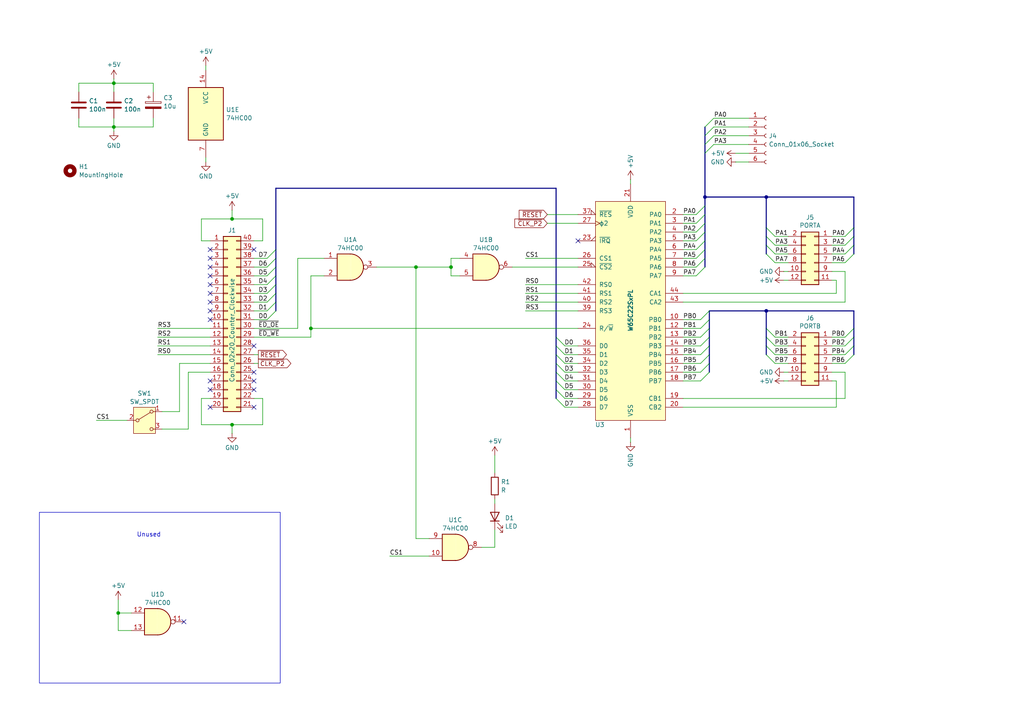
<source format=kicad_sch>
(kicad_sch (version 20231120) (generator "eeschema") (generator_version "8.0")
  (paper "A4")
  (lib_symbols
    (symbol "65xx:W65C22SxPL" (pin_names (offset 1.016))
      (property "Reference" "U" (at -10.16 33.02 0))
      (property "Value" "W65C22SxPL" (at 0 0 90))
      (symbol "W65C22SxPL_0_1"
        (rectangle (start -10.16 31.75) (end 10.16 -31.75) (fill (type background)))
      )
      (symbol "W65C22SxPL_1_1"
        (pin power_in line (at 0 -36.83 90) (length 5.08) (name "VSS") (number "1"))
        (pin bidirectional line (at 15.24 -2.54 180) (length 5.08) (name "PB0") (number "10"))
        (pin no_connect non_logic (at -10.16 22.86 0) (length 2.54) hide (name "nc") (number "11"))
        (pin bidirectional line (at 15.24 -5.08 180) (length 5.08) (name "PB1") (number "12"))
        (pin bidirectional line (at 15.24 -7.62 180) (length 5.08) (name "PB2") (number "13"))
        (pin bidirectional line (at 15.24 -10.16 180) (length 5.08) (name "PB3") (number "14"))
        (pin bidirectional line (at 15.24 -12.7 180) (length 5.08) (name "PB4") (number "15"))
        (pin bidirectional line (at 15.24 -15.24 180) (length 5.08) (name "PB5") (number "16"))
        (pin bidirectional line (at 15.24 -17.78 180) (length 5.08) (name "PB6") (number "17"))
        (pin bidirectional line (at 15.24 -20.32 180) (length 5.08) (name "PB7") (number "18"))
        (pin input line (at 15.24 -25.4 180) (length 5.08) (name "CB1") (number "19"))
        (pin bidirectional line (at 15.24 27.94 180) (length 5.08) (name "PA0") (number "2"))
        (pin bidirectional line (at 15.24 -27.94 180) (length 5.08) (name "CB2") (number "20"))
        (pin power_in line (at 0 36.83 270) (length 5.08) (name "VDD") (number "21"))
        (pin no_connect non_logic (at -10.16 17.78 0) (length 2.54) hide (name "nc") (number "22"))
        (pin output output_low (at -15.24 20.32 0) (length 5.08) (name "~{IRQ}") (number "23"))
        (pin input line (at -15.24 -5.08 0) (length 5.08) (name "R/~{W}") (number "24"))
        (pin input input_low (at -15.24 12.7 0) (length 5.08) (name "~{CS2}") (number "25"))
        (pin input line (at -15.24 15.24 0) (length 5.08) (name "CS1") (number "26"))
        (pin input clock (at -15.24 25.4 0) (length 5.08) (name "ϕ2") (number "27"))
        (pin bidirectional line (at -15.24 -27.94 0) (length 5.08) (name "D7") (number "28"))
        (pin bidirectional line (at -15.24 -25.4 0) (length 5.08) (name "D6") (number "29"))
        (pin bidirectional line (at 15.24 25.4 180) (length 5.08) (name "PA1") (number "3"))
        (pin bidirectional line (at -15.24 -22.86 0) (length 5.08) (name "D5") (number "30"))
        (pin bidirectional line (at -15.24 -20.32 0) (length 5.08) (name "D4") (number "31"))
        (pin bidirectional line (at -15.24 -17.78 0) (length 5.08) (name "D3") (number "32"))
        (pin no_connect non_logic (at -10.16 10.16 0) (length 2.54) hide (name "nc") (number "33"))
        (pin bidirectional line (at -15.24 -15.24 0) (length 5.08) (name "D2") (number "34"))
        (pin bidirectional line (at -15.24 -12.7 0) (length 5.08) (name "D1") (number "35"))
        (pin bidirectional line (at -15.24 -10.16 0) (length 5.08) (name "D0") (number "36"))
        (pin input input_low (at -15.24 27.94 0) (length 5.08) (name "~{RES}") (number "37"))
        (pin no_connect non_logic (at -10.16 -2.54 0) (length 2.54) hide (name "nc") (number "38"))
        (pin input line (at -15.24 0 0) (length 5.08) (name "RS3") (number "39"))
        (pin bidirectional line (at 15.24 22.86 180) (length 5.08) (name "PA2") (number "4"))
        (pin input line (at -15.24 2.54 0) (length 5.08) (name "RS2") (number "40"))
        (pin input line (at -15.24 5.08 0) (length 5.08) (name "RS1") (number "41"))
        (pin input line (at -15.24 7.62 0) (length 5.08) (name "RS0") (number "42"))
        (pin bidirectional line (at 15.24 2.54 180) (length 5.08) (name "CA2") (number "43"))
        (pin input line (at 15.24 5.08 180) (length 5.08) (name "CA1") (number "44"))
        (pin bidirectional line (at 15.24 20.32 180) (length 5.08) (name "PA3") (number "5"))
        (pin bidirectional line (at 15.24 17.78 180) (length 5.08) (name "PA4") (number "6"))
        (pin bidirectional line (at 15.24 15.24 180) (length 5.08) (name "PA5") (number "7"))
        (pin bidirectional line (at 15.24 12.7 180) (length 5.08) (name "PA6") (number "8"))
        (pin bidirectional line (at 15.24 10.16 180) (length 5.08) (name "PA7") (number "9"))
      )
    )
    (symbol "74xx:74HC00" (pin_names (offset 1.016))
      (property "Reference" "U" (at 0 1.27 0))
      (property "Value" "74HC00" (at 0 -1.27 0))
      (symbol "74HC00_1_1"
        (arc (start 0 -3.81) (mid 3.7934 0) (end 0 3.81) (stroke (width 0.254)) (fill (type background)))
        (polyline (pts (xy 0 3.81) (xy -3.81 3.81) (xy -3.81 -3.81) (xy 0 -3.81)) (stroke (width 0.254)) (fill (type background)))
        (pin input line (at -7.62 2.54 0) (length 3.81) (name "~") (number "1"))
        (pin input line (at -7.62 -2.54 0) (length 3.81) (name "~") (number "2"))
        (pin output inverted (at 7.62 0 180) (length 3.81) (name "~") (number "3"))
      )
      (symbol "74HC00_1_2"
        (arc (start -3.81 -3.81) (mid -2.589 0) (end -3.81 3.81) (stroke (width 0.254)))
        (arc (start -0.6096 -3.81) (mid 2.1842 -2.5851) (end 3.81 0) (stroke (width 0.254)) (fill (type background)))
        (polyline (pts (xy -3.81 -3.81) (xy -0.635 -3.81)) (stroke (width 0.254)) (fill (type background)))
        (polyline (pts (xy -3.81 3.81) (xy -0.635 3.81)) (stroke (width 0.254)) (fill (type background)))
        (polyline (pts (xy -0.635 3.81) (xy -3.81 3.81) (xy -3.81 3.81) (xy -3.556 3.4036) (xy -3.0226 2.2606) (xy -2.6924 1.0414) (xy -2.6162 -0.254) (xy -2.7686 -1.4986) (xy -3.175 -2.7178) (xy -3.81 -3.81) (xy -3.81 -3.81) (xy -0.635 -3.81)) (stroke (width -25.4)) (fill (type background)))
        (arc (start 3.81 0) (mid 2.1915 2.5936) (end -0.6096 3.81) (stroke (width 0.254)) (fill (type background)))
        (pin input inverted (at -7.62 2.54 0) (length 4.318) (name "~") (number "1"))
        (pin input inverted (at -7.62 -2.54 0) (length 4.318) (name "~") (number "2"))
        (pin output line (at 7.62 0 180) (length 3.81) (name "~") (number "3"))
      )
      (symbol "74HC00_2_1"
        (arc (start 0 -3.81) (mid 3.7934 0) (end 0 3.81) (stroke (width 0.254)) (fill (type background)))
        (polyline (pts (xy 0 3.81) (xy -3.81 3.81) (xy -3.81 -3.81) (xy 0 -3.81)) (stroke (width 0.254)) (fill (type background)))
        (pin input line (at -7.62 2.54 0) (length 3.81) (name "~") (number "4"))
        (pin input line (at -7.62 -2.54 0) (length 3.81) (name "~") (number "5"))
        (pin output inverted (at 7.62 0 180) (length 3.81) (name "~") (number "6"))
      )
      (symbol "74HC00_2_2"
        (arc (start -3.81 -3.81) (mid -2.589 0) (end -3.81 3.81) (stroke (width 0.254)))
        (arc (start -0.6096 -3.81) (mid 2.1842 -2.5851) (end 3.81 0) (stroke (width 0.254)) (fill (type background)))
        (polyline (pts (xy -3.81 -3.81) (xy -0.635 -3.81)) (stroke (width 0.254)) (fill (type background)))
        (polyline (pts (xy -3.81 3.81) (xy -0.635 3.81)) (stroke (width 0.254)) (fill (type background)))
        (polyline (pts (xy -0.635 3.81) (xy -3.81 3.81) (xy -3.81 3.81) (xy -3.556 3.4036) (xy -3.0226 2.2606) (xy -2.6924 1.0414) (xy -2.6162 -0.254) (xy -2.7686 -1.4986) (xy -3.175 -2.7178) (xy -3.81 -3.81) (xy -3.81 -3.81) (xy -0.635 -3.81)) (stroke (width -25.4)) (fill (type background)))
        (arc (start 3.81 0) (mid 2.1915 2.5936) (end -0.6096 3.81) (stroke (width 0.254)) (fill (type background)))
        (pin input inverted (at -7.62 2.54 0) (length 4.318) (name "~") (number "4"))
        (pin input inverted (at -7.62 -2.54 0) (length 4.318) (name "~") (number "5"))
        (pin output line (at 7.62 0 180) (length 3.81) (name "~") (number "6"))
      )
      (symbol "74HC00_3_1"
        (arc (start 0 -3.81) (mid 3.7934 0) (end 0 3.81) (stroke (width 0.254)) (fill (type background)))
        (polyline (pts (xy 0 3.81) (xy -3.81 3.81) (xy -3.81 -3.81) (xy 0 -3.81)) (stroke (width 0.254)) (fill (type background)))
        (pin input line (at -7.62 -2.54 0) (length 3.81) (name "~") (number "10"))
        (pin output inverted (at 7.62 0 180) (length 3.81) (name "~") (number "8"))
        (pin input line (at -7.62 2.54 0) (length 3.81) (name "~") (number "9"))
      )
      (symbol "74HC00_3_2"
        (arc (start -3.81 -3.81) (mid -2.589 0) (end -3.81 3.81) (stroke (width 0.254)))
        (arc (start -0.6096 -3.81) (mid 2.1842 -2.5851) (end 3.81 0) (stroke (width 0.254)) (fill (type background)))
        (polyline (pts (xy -3.81 -3.81) (xy -0.635 -3.81)) (stroke (width 0.254)) (fill (type background)))
        (polyline (pts (xy -3.81 3.81) (xy -0.635 3.81)) (stroke (width 0.254)) (fill (type background)))
        (polyline (pts (xy -0.635 3.81) (xy -3.81 3.81) (xy -3.81 3.81) (xy -3.556 3.4036) (xy -3.0226 2.2606) (xy -2.6924 1.0414) (xy -2.6162 -0.254) (xy -2.7686 -1.4986) (xy -3.175 -2.7178) (xy -3.81 -3.81) (xy -3.81 -3.81) (xy -0.635 -3.81)) (stroke (width -25.4)) (fill (type background)))
        (arc (start 3.81 0) (mid 2.1915 2.5936) (end -0.6096 3.81) (stroke (width 0.254)) (fill (type background)))
        (pin input inverted (at -7.62 -2.54 0) (length 4.318) (name "~") (number "10"))
        (pin output line (at 7.62 0 180) (length 3.81) (name "~") (number "8"))
        (pin input inverted (at -7.62 2.54 0) (length 4.318) (name "~") (number "9"))
      )
      (symbol "74HC00_4_1"
        (arc (start 0 -3.81) (mid 3.7934 0) (end 0 3.81) (stroke (width 0.254)) (fill (type background)))
        (polyline (pts (xy 0 3.81) (xy -3.81 3.81) (xy -3.81 -3.81) (xy 0 -3.81)) (stroke (width 0.254)) (fill (type background)))
        (pin output inverted (at 7.62 0 180) (length 3.81) (name "~") (number "11"))
        (pin input line (at -7.62 2.54 0) (length 3.81) (name "~") (number "12"))
        (pin input line (at -7.62 -2.54 0) (length 3.81) (name "~") (number "13"))
      )
      (symbol "74HC00_4_2"
        (arc (start -3.81 -3.81) (mid -2.589 0) (end -3.81 3.81) (stroke (width 0.254)))
        (arc (start -0.6096 -3.81) (mid 2.1842 -2.5851) (end 3.81 0) (stroke (width 0.254)) (fill (type background)))
        (polyline (pts (xy -3.81 -3.81) (xy -0.635 -3.81)) (stroke (width 0.254)) (fill (type background)))
        (polyline (pts (xy -3.81 3.81) (xy -0.635 3.81)) (stroke (width 0.254)) (fill (type background)))
        (polyline (pts (xy -0.635 3.81) (xy -3.81 3.81) (xy -3.81 3.81) (xy -3.556 3.4036) (xy -3.0226 2.2606) (xy -2.6924 1.0414) (xy -2.6162 -0.254) (xy -2.7686 -1.4986) (xy -3.175 -2.7178) (xy -3.81 -3.81) (xy -3.81 -3.81) (xy -0.635 -3.81)) (stroke (width -25.4)) (fill (type background)))
        (arc (start 3.81 0) (mid 2.1915 2.5936) (end -0.6096 3.81) (stroke (width 0.254)) (fill (type background)))
        (pin output line (at 7.62 0 180) (length 3.81) (name "~") (number "11"))
        (pin input inverted (at -7.62 2.54 0) (length 4.318) (name "~") (number "12"))
        (pin input inverted (at -7.62 -2.54 0) (length 4.318) (name "~") (number "13"))
      )
      (symbol "74HC00_5_0"
        (pin power_in line (at 0 12.7 270) (length 5.08) (name "VCC") (number "14"))
        (pin power_in line (at 0 -12.7 90) (length 5.08) (name "GND") (number "7"))
      )
      (symbol "74HC00_5_1"
        (rectangle (start -5.08 7.62) (end 5.08 -7.62) (stroke (width 0.254)) (fill (type background)))
      )
    )
    (symbol "Connector:Conn_01x06_Socket" (pin_names (offset 1.016) hide)
      (property "Reference" "J" (at 0 7.62 0))
      (property "Value" "Conn_01x06_Socket" (at 0 -10.16 0))
      (symbol "Conn_01x06_Socket_1_1"
        (arc (start 0 -7.112) (mid -0.5058 -7.62) (end 0 -8.128) (stroke (width 0.1524)))
        (arc (start 0 -4.572) (mid -0.5058 -5.08) (end 0 -5.588) (stroke (width 0.1524)))
        (arc (start 0 -2.032) (mid -0.5058 -2.54) (end 0 -3.048) (stroke (width 0.1524)))
        (polyline (pts (xy -1.27 -7.62) (xy -0.508 -7.62)) (stroke (width 0.1524)))
        (polyline (pts (xy -1.27 -5.08) (xy -0.508 -5.08)) (stroke (width 0.1524)))
        (polyline (pts (xy -1.27 -2.54) (xy -0.508 -2.54)) (stroke (width 0.1524)))
        (polyline (pts (xy -1.27 0) (xy -0.508 0)) (stroke (width 0.1524)))
        (polyline (pts (xy -1.27 2.54) (xy -0.508 2.54)) (stroke (width 0.1524)))
        (polyline (pts (xy -1.27 5.08) (xy -0.508 5.08)) (stroke (width 0.1524)))
        (arc (start 0 0.508) (mid -0.5058 0) (end 0 -0.508) (stroke (width 0.1524)))
        (arc (start 0 3.048) (mid -0.5058 2.54) (end 0 2.032) (stroke (width 0.1524)))
        (arc (start 0 5.588) (mid -0.5058 5.08) (end 0 4.572) (stroke (width 0.1524)))
        (pin passive line (at -5.08 5.08 0) (length 3.81) (name "Pin_1") (number "1"))
        (pin passive line (at -5.08 2.54 0) (length 3.81) (name "Pin_2") (number "2"))
        (pin passive line (at -5.08 0 0) (length 3.81) (name "Pin_3") (number "3"))
        (pin passive line (at -5.08 -2.54 0) (length 3.81) (name "Pin_4") (number "4"))
        (pin passive line (at -5.08 -5.08 0) (length 3.81) (name "Pin_5") (number "5"))
        (pin passive line (at -5.08 -7.62 0) (length 3.81) (name "Pin_6") (number "6"))
      )
    )
    (symbol "Connector_Generic:Conn_02x06_Odd_Even" (pin_names (offset 1.016) hide)
      (property "Reference" "J" (at 1.27 7.62 0))
      (property "Value" "Conn_02x06_Odd_Even" (at 1.27 -10.16 0))
      (symbol "Conn_02x06_Odd_Even_1_1"
        (rectangle (start -1.27 -7.493) (end 0 -7.747) (stroke (width 0.1524)))
        (rectangle (start -1.27 -4.953) (end 0 -5.207) (stroke (width 0.1524)))
        (rectangle (start -1.27 -2.413) (end 0 -2.667) (stroke (width 0.1524)))
        (rectangle (start -1.27 0.127) (end 0 -0.127) (stroke (width 0.1524)))
        (rectangle (start -1.27 2.667) (end 0 2.413) (stroke (width 0.1524)))
        (rectangle (start -1.27 5.207) (end 0 4.953) (stroke (width 0.1524)))
        (rectangle (start -1.27 6.35) (end 3.81 -8.89) (stroke (width 0.254)) (fill (type background)))
        (rectangle (start 3.81 -7.493) (end 2.54 -7.747) (stroke (width 0.1524)))
        (rectangle (start 3.81 -4.953) (end 2.54 -5.207) (stroke (width 0.1524)))
        (rectangle (start 3.81 -2.413) (end 2.54 -2.667) (stroke (width 0.1524)))
        (rectangle (start 3.81 0.127) (end 2.54 -0.127) (stroke (width 0.1524)))
        (rectangle (start 3.81 2.667) (end 2.54 2.413) (stroke (width 0.1524)))
        (rectangle (start 3.81 5.207) (end 2.54 4.953) (stroke (width 0.1524)))
        (pin passive line (at -5.08 5.08 0) (length 3.81) (name "Pin_1") (number "1"))
        (pin passive line (at 7.62 -5.08 180) (length 3.81) (name "Pin_10") (number "10"))
        (pin passive line (at -5.08 -7.62 0) (length 3.81) (name "Pin_11") (number "11"))
        (pin passive line (at 7.62 -7.62 180) (length 3.81) (name "Pin_12") (number "12"))
        (pin passive line (at 7.62 5.08 180) (length 3.81) (name "Pin_2") (number "2"))
        (pin passive line (at -5.08 2.54 0) (length 3.81) (name "Pin_3") (number "3"))
        (pin passive line (at 7.62 2.54 180) (length 3.81) (name "Pin_4") (number "4"))
        (pin passive line (at -5.08 0 0) (length 3.81) (name "Pin_5") (number "5"))
        (pin passive line (at 7.62 0 180) (length 3.81) (name "Pin_6") (number "6"))
        (pin passive line (at -5.08 -2.54 0) (length 3.81) (name "Pin_7") (number "7"))
        (pin passive line (at 7.62 -2.54 180) (length 3.81) (name "Pin_8") (number "8"))
        (pin passive line (at -5.08 -5.08 0) (length 3.81) (name "Pin_9") (number "9"))
      )
    )
    (symbol "Connector_Generic:Conn_02x20_Counter_Clockwise" (pin_names (offset 1.016) hide)
      (property "Reference" "J" (at 1.27 25.4 0))
      (property "Value" "Conn_02x20_Counter_Clockwise" (at 1.27 -27.94 0))
      (symbol "Conn_02x20_Counter_Clockwise_1_1"
        (rectangle (start -1.27 -25.273) (end 0 -25.527) (stroke (width 0.1524)))
        (rectangle (start -1.27 -22.733) (end 0 -22.987) (stroke (width 0.1524)))
        (rectangle (start -1.27 -20.193) (end 0 -20.447) (stroke (width 0.1524)))
        (rectangle (start -1.27 -17.653) (end 0 -17.907) (stroke (width 0.1524)))
        (rectangle (start -1.27 -15.113) (end 0 -15.367) (stroke (width 0.1524)))
        (rectangle (start -1.27 -12.573) (end 0 -12.827) (stroke (width 0.1524)))
        (rectangle (start -1.27 -10.033) (end 0 -10.287) (stroke (width 0.1524)))
        (rectangle (start -1.27 -7.493) (end 0 -7.747) (stroke (width 0.1524)))
        (rectangle (start -1.27 -4.953) (end 0 -5.207) (stroke (width 0.1524)))
        (rectangle (start -1.27 -2.413) (end 0 -2.667) (stroke (width 0.1524)))
        (rectangle (start -1.27 0.127) (end 0 -0.127) (stroke (width 0.1524)))
        (rectangle (start -1.27 2.667) (end 0 2.413) (stroke (width 0.1524)))
        (rectangle (start -1.27 5.207) (end 0 4.953) (stroke (width 0.1524)))
        (rectangle (start -1.27 7.747) (end 0 7.493) (stroke (width 0.1524)))
        (rectangle (start -1.27 10.287) (end 0 10.033) (stroke (width 0.1524)))
        (rectangle (start -1.27 12.827) (end 0 12.573) (stroke (width 0.1524)))
        (rectangle (start -1.27 15.367) (end 0 15.113) (stroke (width 0.1524)))
        (rectangle (start -1.27 17.907) (end 0 17.653) (stroke (width 0.1524)))
        (rectangle (start -1.27 20.447) (end 0 20.193) (stroke (width 0.1524)))
        (rectangle (start -1.27 22.987) (end 0 22.733) (stroke (width 0.1524)))
        (rectangle (start -1.27 24.13) (end 3.81 -26.67) (stroke (width 0.254)) (fill (type background)))
        (rectangle (start 3.81 -25.273) (end 2.54 -25.527) (stroke (width 0.1524)))
        (rectangle (start 3.81 -22.733) (end 2.54 -22.987) (stroke (width 0.1524)))
        (rectangle (start 3.81 -20.193) (end 2.54 -20.447) (stroke (width 0.1524)))
        (rectangle (start 3.81 -17.653) (end 2.54 -17.907) (stroke (width 0.1524)))
        (rectangle (start 3.81 -15.113) (end 2.54 -15.367) (stroke (width 0.1524)))
        (rectangle (start 3.81 -12.573) (end 2.54 -12.827) (stroke (width 0.1524)))
        (rectangle (start 3.81 -10.033) (end 2.54 -10.287) (stroke (width 0.1524)))
        (rectangle (start 3.81 -7.493) (end 2.54 -7.747) (stroke (width 0.1524)))
        (rectangle (start 3.81 -4.953) (end 2.54 -5.207) (stroke (width 0.1524)))
        (rectangle (start 3.81 -2.413) (end 2.54 -2.667) (stroke (width 0.1524)))
        (rectangle (start 3.81 0.127) (end 2.54 -0.127) (stroke (width 0.1524)))
        (rectangle (start 3.81 2.667) (end 2.54 2.413) (stroke (width 0.1524)))
        (rectangle (start 3.81 5.207) (end 2.54 4.953) (stroke (width 0.1524)))
        (rectangle (start 3.81 7.747) (end 2.54 7.493) (stroke (width 0.1524)))
        (rectangle (start 3.81 10.287) (end 2.54 10.033) (stroke (width 0.1524)))
        (rectangle (start 3.81 12.827) (end 2.54 12.573) (stroke (width 0.1524)))
        (rectangle (start 3.81 15.367) (end 2.54 15.113) (stroke (width 0.1524)))
        (rectangle (start 3.81 17.907) (end 2.54 17.653) (stroke (width 0.1524)))
        (rectangle (start 3.81 20.447) (end 2.54 20.193) (stroke (width 0.1524)))
        (rectangle (start 3.81 22.987) (end 2.54 22.733) (stroke (width 0.1524)))
        (pin passive line (at -5.08 22.86 0) (length 3.81) (name "Pin_1") (number "1"))
        (pin passive line (at -5.08 0 0) (length 3.81) (name "Pin_10") (number "10"))
        (pin passive line (at -5.08 -2.54 0) (length 3.81) (name "Pin_11") (number "11"))
        (pin passive line (at -5.08 -5.08 0) (length 3.81) (name "Pin_12") (number "12"))
        (pin passive line (at -5.08 -7.62 0) (length 3.81) (name "Pin_13") (number "13"))
        (pin passive line (at -5.08 -10.16 0) (length 3.81) (name "Pin_14") (number "14"))
        (pin passive line (at -5.08 -12.7 0) (length 3.81) (name "Pin_15") (number "15"))
        (pin passive line (at -5.08 -15.24 0) (length 3.81) (name "Pin_16") (number "16"))
        (pin passive line (at -5.08 -17.78 0) (length 3.81) (name "Pin_17") (number "17"))
        (pin passive line (at -5.08 -20.32 0) (length 3.81) (name "Pin_18") (number "18"))
        (pin passive line (at -5.08 -22.86 0) (length 3.81) (name "Pin_19") (number "19"))
        (pin passive line (at -5.08 20.32 0) (length 3.81) (name "Pin_2") (number "2"))
        (pin passive line (at -5.08 -25.4 0) (length 3.81) (name "Pin_20") (number "20"))
        (pin passive line (at 7.62 -25.4 180) (length 3.81) (name "Pin_21") (number "21"))
        (pin passive line (at 7.62 -22.86 180) (length 3.81) (name "Pin_22") (number "22"))
        (pin passive line (at 7.62 -20.32 180) (length 3.81) (name "Pin_23") (number "23"))
        (pin passive line (at 7.62 -17.78 180) (length 3.81) (name "Pin_24") (number "24"))
        (pin passive line (at 7.62 -15.24 180) (length 3.81) (name "Pin_25") (number "25"))
        (pin passive line (at 7.62 -12.7 180) (length 3.81) (name "Pin_26") (number "26"))
        (pin passive line (at 7.62 -10.16 180) (length 3.81) (name "Pin_27") (number "27"))
        (pin passive line (at 7.62 -7.62 180) (length 3.81) (name "Pin_28") (number "28"))
        (pin passive line (at 7.62 -5.08 180) (length 3.81) (name "Pin_29") (number "29"))
        (pin passive line (at -5.08 17.78 0) (length 3.81) (name "Pin_3") (number "3"))
        (pin passive line (at 7.62 -2.54 180) (length 3.81) (name "Pin_30") (number "30"))
        (pin passive line (at 7.62 0 180) (length 3.81) (name "Pin_31") (number "31"))
        (pin passive line (at 7.62 2.54 180) (length 3.81) (name "Pin_32") (number "32"))
        (pin passive line (at 7.62 5.08 180) (length 3.81) (name "Pin_33") (number "33"))
        (pin passive line (at 7.62 7.62 180) (length 3.81) (name "Pin_34") (number "34"))
        (pin passive line (at 7.62 10.16 180) (length 3.81) (name "Pin_35") (number "35"))
        (pin passive line (at 7.62 12.7 180) (length 3.81) (name "Pin_36") (number "36"))
        (pin passive line (at 7.62 15.24 180) (length 3.81) (name "Pin_37") (number "37"))
        (pin passive line (at 7.62 17.78 180) (length 3.81) (name "Pin_38") (number "38"))
        (pin passive line (at 7.62 20.32 180) (length 3.81) (name "Pin_39") (number "39"))
        (pin passive line (at -5.08 15.24 0) (length 3.81) (name "Pin_4") (number "4"))
        (pin passive line (at 7.62 22.86 180) (length 3.81) (name "Pin_40") (number "40"))
        (pin passive line (at -5.08 12.7 0) (length 3.81) (name "Pin_5") (number "5"))
        (pin passive line (at -5.08 10.16 0) (length 3.81) (name "Pin_6") (number "6"))
        (pin passive line (at -5.08 7.62 0) (length 3.81) (name "Pin_7") (number "7"))
        (pin passive line (at -5.08 5.08 0) (length 3.81) (name "Pin_8") (number "8"))
        (pin passive line (at -5.08 2.54 0) (length 3.81) (name "Pin_9") (number "9"))
      )
    )
    (symbol "Device:C" (pin_numbers hide) (pin_names (offset 0.254))
      (property "Reference" "C" (at 0.635 2.54 0))
      (property "Value" "C" (at 0.635 -2.54 0))
      (symbol "C_0_1"
        (polyline (pts (xy -2.032 -0.762) (xy 2.032 -0.762)) (stroke (width 0.508)))
        (polyline (pts (xy -2.032 0.762) (xy 2.032 0.762)) (stroke (width 0.508)))
      )
      (symbol "C_1_1"
        (pin passive line (at 0 3.81 270) (length 2.794) (name "~") (number "1"))
        (pin passive line (at 0 -3.81 90) (length 2.794) (name "~") (number "2"))
      )
    )
    (symbol "Device:C_Polarized" (pin_numbers hide) (pin_names (offset 0.254))
      (property "Reference" "C" (at 0.635 2.54 0))
      (property "Value" "C_Polarized" (at 0.635 -2.54 0))
      (symbol "C_Polarized_0_1"
        (rectangle (start -2.286 0.508) (end 2.286 1.016))
        (polyline (pts (xy -1.778 2.286) (xy -0.762 2.286)))
        (polyline (pts (xy -1.27 2.794) (xy -1.27 1.778)))
        (rectangle (start 2.286 -0.508) (end -2.286 -1.016) (fill (type outline)))
      )
      (symbol "C_Polarized_1_1"
        (pin passive line (at 0 3.81 270) (length 2.794) (name "~") (number "1"))
        (pin passive line (at 0 -3.81 90) (length 2.794) (name "~") (number "2"))
      )
    )
    (symbol "Device:LED" (pin_numbers hide) (pin_names (offset 1.016) hide)
      (property "Reference" "D" (at 0 2.54 0))
      (property "Value" "LED" (at 0 -2.54 0))
      (symbol "LED_0_1"
        (polyline (pts (xy -1.27 -1.27) (xy -1.27 1.27)) (stroke (width 0.254)))
        (polyline (pts (xy -1.27 0) (xy 1.27 0)))
        (polyline (pts (xy 1.27 -1.27) (xy 1.27 1.27) (xy -1.27 0) (xy 1.27 -1.27)) (stroke (width 0.254)))
        (polyline (pts (xy -3.048 -0.762) (xy -4.572 -2.286) (xy -3.81 -2.286) (xy -4.572 -2.286) (xy -4.572 -1.524)))
        (polyline (pts (xy -1.778 -0.762) (xy -3.302 -2.286) (xy -2.54 -2.286) (xy -3.302 -2.286) (xy -3.302 -1.524)))
      )
      (symbol "LED_1_1"
        (pin passive line (at -3.81 0 0) (length 2.54) (name "K") (number "1"))
        (pin passive line (at 3.81 0 180) (length 2.54) (name "A") (number "2"))
      )
    )
    (symbol "Device:R" (pin_numbers hide) (pin_names (offset 0))
      (property "Reference" "R" (at 2.032 0 90))
      (property "Value" "R" (at 0 0 90))
      (symbol "R_0_1"
        (rectangle (start -1.016 -2.54) (end 1.016 2.54) (stroke (width 0.254)))
      )
      (symbol "R_1_1"
        (pin passive line (at 0 3.81 270) (length 1.27) (name "~") (number "1"))
        (pin passive line (at 0 -3.81 90) (length 1.27) (name "~") (number "2"))
      )
    )
    (symbol "Mechanical:MountingHole" (pin_names (offset 1.016)) (exclude_from_sim yes) (in_bom no)
      (property "Reference" "H" (at 0 5.08 0))
      (property "Value" "MountingHole" (at 0 3.175 0))
      (symbol "MountingHole_0_1"
        (circle (center 0 0) (radius 1.27) (stroke (width 1.27)))
      )
    )
    (symbol "Switch:SW_SPDT" (pin_names (offset 0) hide)
      (property "Reference" "SW" (at 0 5.08 0))
      (property "Value" "SW_SPDT" (at 0 -5.08 0))
      (symbol "SW_SPDT_0_1"
        (circle (center -2.032 0) (radius 0.4572))
        (polyline (pts (xy -1.651 0.254) (xy 1.651 2.286)))
        (circle (center 2.032 -2.54) (radius 0.4572))
        (circle (center 2.032 2.54) (radius 0.4572))
      )
      (symbol "SW_SPDT_1_1"
        (rectangle (start -3.175 3.81) (end 3.175 -3.81) (fill (type background)))
        (pin passive line (at 5.08 2.54 180) (length 2.54) (name "A") (number "1"))
        (pin passive line (at -5.08 0 0) (length 2.54) (name "B") (number "2"))
        (pin passive line (at 5.08 -2.54 180) (length 2.54) (name "C") (number "3"))
      )
    )
    (symbol "power:+5V" (power) (pin_numbers hide) (pin_names (offset 0) hide)
      (property "Value" "+5V" (at 0 3.556 0))
      (symbol "+5V_0_1"
        (polyline (pts (xy -0.762 1.27) (xy 0 2.54)))
        (polyline (pts (xy 0 0) (xy 0 2.54)))
        (polyline (pts (xy 0 2.54) (xy 0.762 1.27)))
      )
      (symbol "+5V_1_1"
        (pin power_in line (at 0 0 90) (length 0) (name "~") (number "1"))
      )
    )
    (symbol "power:GND" (power) (pin_numbers hide) (pin_names (offset 0) hide)
      (property "Value" "GND" (at 0 -3.81 0))
      (symbol "GND_0_1"
        (polyline (pts (xy 0 0) (xy 0 -1.27) (xy 1.27 -1.27) (xy 0 -2.54) (xy -1.27 -1.27) (xy 0 -1.27)))
      )
      (symbol "GND_1_1"
        (pin power_in line (at 0 0 270) (length 0) (name "~") (number "1"))
      )
    )
  )
  (junction (at 67.31 123.19))
  (junction (at 33.02 24.13))
  (junction (at 34.29 177.8))
  (junction (at 130.81 77.47))
  (junction (at 204.47 57.15))
  (junction (at 67.31 63.5))
  (junction (at 222.25 90.17))
  (junction (at 120.65 77.47))
  (junction (at 33.02 36.83))
  (junction (at 90.17 95.25))
  (junction (at 222.25 57.15))
  (no_connect (at 167.64 69.85))
  (no_connect (at 60.96 92.71))
  (no_connect (at 60.96 87.63))
  (no_connect (at 60.96 110.49))
  (no_connect (at 73.66 100.33))
  (no_connect (at 60.96 77.47))
  (no_connect (at 60.96 72.39))
  (no_connect (at 73.66 118.11))
  (no_connect (at 53.34 180.34))
  (no_connect (at 73.66 110.49))
  (no_connect (at 73.66 107.95))
  (no_connect (at 60.96 74.93))
  (no_connect (at 60.96 113.03))
  (no_connect (at 60.96 80.01))
  (no_connect (at 60.96 82.55))
  (no_connect (at 73.66 113.03))
  (no_connect (at 60.96 118.11))
  (no_connect (at 73.66 72.39))
  (no_connect (at 60.96 85.09))
  (no_connect (at 60.96 90.17))
  (bus_entry (at 205.74 97.79) (size -2.54 2.54))
  (bus_entry (at 163.83 115.57) (size -2.54 -2.54))
  (bus_entry (at 207.01 41.91) (size -2.54 2.54))
  (bus_entry (at 204.47 64.77) (size -2.54 2.54))
  (bus_entry (at 163.83 100.33) (size -2.54 -2.54))
  (bus_entry (at 224.79 102.87) (size -2.54 -2.54))
  (bus_entry (at 207.01 36.83) (size -2.54 2.54))
  (bus_entry (at 222.25 71.12) (size 2.54 2.54))
  (bus_entry (at 201.93 80.01) (size 2.54 -2.54))
  (bus_entry (at 77.47 85.09) (size 2.54 -2.54))
  (bus_entry (at 247.65 100.33) (size -2.54 2.54))
  (bus_entry (at 163.83 102.87) (size -2.54 -2.54))
  (bus_entry (at 205.74 95.25) (size -2.54 2.54))
  (bus_entry (at 205.74 100.33) (size -2.54 2.54))
  (bus_entry (at 204.47 62.23) (size -2.54 2.54))
  (bus_entry (at 204.47 59.69) (size -2.54 2.54))
  (bus_entry (at 224.79 100.33) (size -2.54 -2.54))
  (bus_entry (at 163.83 113.03) (size -2.54 -2.54))
  (bus_entry (at 77.47 74.93) (size 2.54 -2.54))
  (bus_entry (at 247.65 95.25) (size -2.54 2.54))
  (bus_entry (at 205.74 90.17) (size -2.54 2.54))
  (bus_entry (at 77.47 92.71) (size 2.54 -2.54))
  (bus_entry (at 222.25 73.66) (size 2.54 2.54))
  (bus_entry (at 245.11 76.2) (size 2.54 -2.54))
  (bus_entry (at 205.74 92.71) (size -2.54 2.54))
  (bus_entry (at 205.74 105.41) (size -2.54 2.54))
  (bus_entry (at 247.65 102.87) (size -2.54 2.54))
  (bus_entry (at 205.74 102.87) (size -2.54 2.54))
  (bus_entry (at 205.74 107.95) (size -2.54 2.54))
  (bus_entry (at 222.25 66.04) (size 2.54 2.54))
  (bus_entry (at 222.25 68.58) (size 2.54 2.54))
  (bus_entry (at 207.01 39.37) (size -2.54 2.54))
  (bus_entry (at 77.47 82.55) (size 2.54 -2.54))
  (bus_entry (at 77.47 90.17) (size 2.54 -2.54))
  (bus_entry (at 245.11 73.66) (size 2.54 -2.54))
  (bus_entry (at 201.93 74.93) (size 2.54 -2.54))
  (bus_entry (at 163.83 105.41) (size -2.54 -2.54))
  (bus_entry (at 245.11 68.58) (size 2.54 -2.54))
  (bus_entry (at 204.47 67.31) (size -2.54 2.54))
  (bus_entry (at 77.47 87.63) (size 2.54 -2.54))
  (bus_entry (at 77.47 80.01) (size 2.54 -2.54))
  (bus_entry (at 201.93 77.47) (size 2.54 -2.54))
  (bus_entry (at 245.11 71.12) (size 2.54 -2.54))
  (bus_entry (at 163.83 118.11) (size -2.54 -2.54))
  (bus_entry (at 224.79 97.79) (size -2.54 -2.54))
  (bus_entry (at 201.93 72.39) (size 2.54 -2.54))
  (bus_entry (at 77.47 77.47) (size 2.54 -2.54))
  (bus_entry (at 163.83 110.49) (size -2.54 -2.54))
  (bus_entry (at 247.65 97.79) (size -2.54 2.54))
  (bus_entry (at 224.79 105.41) (size -2.54 -2.54))
  (bus_entry (at 207.01 34.29) (size -2.54 2.54))
  (bus_entry (at 163.83 107.95) (size -2.54 -2.54))
  (wire (pts (xy 213.36 46.99) (xy 217.17 46.99)))
  (wire (pts (xy 143.51 144.78) (xy 143.51 146.05)))
  (bus (pts (xy 204.47 44.45) (xy 204.47 57.15)))
  (wire (pts (xy 167.64 102.87) (xy 163.83 102.87)))
  (wire (pts (xy 33.02 36.83) (xy 33.02 38.1)))
  (wire (pts (xy 198.12 105.41) (xy 203.2 105.41)))
  (wire (pts (xy 198.12 92.71) (xy 203.2 92.71)))
  (wire (pts (xy 224.79 73.66) (xy 228.6 73.66)))
  (bus (pts (xy 205.74 95.25) (xy 205.74 97.79)))
  (wire (pts (xy 198.12 115.57) (xy 245.11 115.57)))
  (wire (pts (xy 241.3 73.66) (xy 245.11 73.66)))
  (bus (pts (xy 80.01 80.01) (xy 80.01 82.55)))
  (wire (pts (xy 60.96 115.57) (xy 58.42 115.57)))
  (wire (pts (xy 152.4 87.63) (xy 167.64 87.63)))
  (bus (pts (xy 247.65 100.33) (xy 247.65 102.87)))
  (wire (pts (xy 198.12 107.95) (xy 203.2 107.95)))
  (wire (pts (xy 73.66 105.41) (xy 74.93 105.41)))
  (wire (pts (xy 242.57 81.28) (xy 241.3 81.28)))
  (wire (pts (xy 73.66 69.85) (xy 76.2 69.85)))
  (bus (pts (xy 161.29 100.33) (xy 161.29 97.79)))
  (wire (pts (xy 198.12 102.87) (xy 203.2 102.87)))
  (wire (pts (xy 73.66 92.71) (xy 77.47 92.71)))
  (wire (pts (xy 76.2 69.85) (xy 76.2 63.5)))
  (bus (pts (xy 204.47 36.83) (xy 204.47 39.37)))
  (bus (pts (xy 247.65 73.66) (xy 247.65 71.12)))
  (wire (pts (xy 45.72 95.25) (xy 60.96 95.25)))
  (bus (pts (xy 222.25 66.04) (xy 222.25 68.58)))
  (bus (pts (xy 204.47 74.93) (xy 204.47 77.47)))
  (wire (pts (xy 54.61 124.46) (xy 46.99 124.46)))
  (bus (pts (xy 204.47 39.37) (xy 204.47 41.91)))
  (wire (pts (xy 73.66 87.63) (xy 77.47 87.63)))
  (bus (pts (xy 204.47 72.39) (xy 204.47 74.93)))
  (bus (pts (xy 80.01 85.09) (xy 80.01 87.63)))
  (wire (pts (xy 198.12 62.23) (xy 201.93 62.23)))
  (bus (pts (xy 222.25 97.79) (xy 222.25 100.33)))
  (wire (pts (xy 76.2 123.19) (xy 76.2 115.57)))
  (wire (pts (xy 52.07 119.38) (xy 52.07 105.41)))
  (wire (pts (xy 34.29 177.8) (xy 34.29 173.99)))
  (wire (pts (xy 217.17 44.45) (xy 213.36 44.45)))
  (wire (pts (xy 198.12 67.31) (xy 201.93 67.31)))
  (wire (pts (xy 46.99 119.38) (xy 52.07 119.38)))
  (bus (pts (xy 161.29 97.79) (xy 161.29 54.61)))
  (bus (pts (xy 247.65 66.04) (xy 247.65 57.15)))
  (wire (pts (xy 228.6 78.74) (xy 227.33 78.74)))
  (wire (pts (xy 198.12 97.79) (xy 203.2 97.79)))
  (wire (pts (xy 207.01 36.83) (xy 217.17 36.83)))
  (wire (pts (xy 224.79 71.12) (xy 228.6 71.12)))
  (wire (pts (xy 198.12 95.25) (xy 203.2 95.25)))
  (wire (pts (xy 33.02 24.13) (xy 33.02 26.67)))
  (wire (pts (xy 207.01 34.29) (xy 217.17 34.29)))
  (bus (pts (xy 247.65 57.15) (xy 222.25 57.15)))
  (wire (pts (xy 44.45 24.13) (xy 44.45 26.67)))
  (wire (pts (xy 67.31 63.5) (xy 58.42 63.5)))
  (wire (pts (xy 113.03 161.29) (xy 124.46 161.29)))
  (bus (pts (xy 222.25 57.15) (xy 222.25 66.04)))
  (wire (pts (xy 33.02 24.13) (xy 44.45 24.13)))
  (wire (pts (xy 90.17 95.25) (xy 90.17 97.79)))
  (wire (pts (xy 198.12 72.39) (xy 201.93 72.39)))
  (wire (pts (xy 167.64 110.49) (xy 163.83 110.49)))
  (wire (pts (xy 143.51 132.08) (xy 143.51 137.16)))
  (bus (pts (xy 204.47 67.31) (xy 204.47 69.85)))
  (wire (pts (xy 52.07 105.41) (xy 60.96 105.41)))
  (wire (pts (xy 241.3 100.33) (xy 245.11 100.33)))
  (wire (pts (xy 158.75 64.77) (xy 167.64 64.77)))
  (wire (pts (xy 73.66 74.93) (xy 77.47 74.93)))
  (wire (pts (xy 130.81 80.01) (xy 130.81 77.47)))
  (wire (pts (xy 60.96 107.95) (xy 54.61 107.95)))
  (wire (pts (xy 22.86 26.67) (xy 22.86 24.13)))
  (bus (pts (xy 222.25 90.17) (xy 247.65 90.17)))
  (wire (pts (xy 224.79 68.58) (xy 228.6 68.58)))
  (wire (pts (xy 228.6 81.28) (xy 227.33 81.28)))
  (wire (pts (xy 34.29 182.88) (xy 38.1 182.88)))
  (wire (pts (xy 27.94 121.92) (xy 36.83 121.92)))
  (bus (pts (xy 222.25 68.58) (xy 222.25 71.12)))
  (wire (pts (xy 182.88 128.27) (xy 182.88 127)))
  (wire (pts (xy 45.72 100.33) (xy 60.96 100.33)))
  (bus (pts (xy 80.01 74.93) (xy 80.01 77.47)))
  (wire (pts (xy 228.6 100.33) (xy 224.79 100.33)))
  (wire (pts (xy 143.51 153.67) (xy 143.51 158.75)))
  (bus (pts (xy 222.25 90.17) (xy 222.25 95.25)))
  (bus (pts (xy 205.74 90.17) (xy 205.74 92.71)))
  (wire (pts (xy 73.66 95.25) (xy 86.36 95.25)))
  (wire (pts (xy 198.12 77.47) (xy 201.93 77.47)))
  (bus (pts (xy 222.25 95.25) (xy 222.25 97.79)))
  (wire (pts (xy 241.3 71.12) (xy 245.11 71.12)))
  (wire (pts (xy 242.57 118.11) (xy 242.57 110.49)))
  (wire (pts (xy 73.66 90.17) (xy 77.47 90.17)))
  (bus (pts (xy 222.25 100.33) (xy 222.25 102.87)))
  (wire (pts (xy 45.72 97.79) (xy 60.96 97.79)))
  (wire (pts (xy 152.4 82.55) (xy 167.64 82.55)))
  (wire (pts (xy 198.12 64.77) (xy 201.93 64.77)))
  (wire (pts (xy 22.86 34.29) (xy 22.86 36.83)))
  (bus (pts (xy 161.29 107.95) (xy 161.29 105.41)))
  (wire (pts (xy 158.75 62.23) (xy 167.64 62.23)))
  (wire (pts (xy 245.11 107.95) (xy 241.3 107.95)))
  (wire (pts (xy 241.3 68.58) (xy 245.11 68.58)))
  (wire (pts (xy 228.6 110.49) (xy 227.33 110.49)))
  (bus (pts (xy 80.01 82.55) (xy 80.01 85.09)))
  (bus (pts (xy 222.25 71.12) (xy 222.25 73.66)))
  (wire (pts (xy 33.02 34.29) (xy 33.02 36.83)))
  (wire (pts (xy 86.36 74.93) (xy 93.98 74.93)))
  (wire (pts (xy 245.11 78.74) (xy 241.3 78.74)))
  (wire (pts (xy 198.12 80.01) (xy 201.93 80.01)))
  (wire (pts (xy 241.3 102.87) (xy 245.11 102.87)))
  (wire (pts (xy 34.29 182.88) (xy 34.29 177.8)))
  (wire (pts (xy 90.17 80.01) (xy 90.17 95.25)))
  (wire (pts (xy 198.12 110.49) (xy 203.2 110.49)))
  (bus (pts (xy 205.74 100.33) (xy 205.74 102.87)))
  (wire (pts (xy 228.6 107.95) (xy 227.33 107.95)))
  (wire (pts (xy 67.31 123.19) (xy 76.2 123.19)))
  (wire (pts (xy 167.64 107.95) (xy 163.83 107.95)))
  (bus (pts (xy 161.29 105.41) (xy 161.29 102.87)))
  (wire (pts (xy 167.64 115.57) (xy 163.83 115.57)))
  (bus (pts (xy 161.29 110.49) (xy 161.29 107.95)))
  (wire (pts (xy 44.45 36.83) (xy 44.45 34.29)))
  (bus (pts (xy 80.01 87.63) (xy 80.01 90.17)))
  (bus (pts (xy 161.29 54.61) (xy 80.01 54.61)))
  (wire (pts (xy 241.3 105.41) (xy 245.11 105.41)))
  (wire (pts (xy 120.65 77.47) (xy 130.81 77.47)))
  (wire (pts (xy 148.59 77.47) (xy 167.64 77.47)))
  (wire (pts (xy 152.4 74.93) (xy 167.64 74.93)))
  (bus (pts (xy 80.01 72.39) (xy 80.01 74.93)))
  (wire (pts (xy 198.12 85.09) (xy 242.57 85.09)))
  (wire (pts (xy 198.12 100.33) (xy 203.2 100.33)))
  (wire (pts (xy 22.86 24.13) (xy 33.02 24.13)))
  (bus (pts (xy 161.29 102.87) (xy 161.29 100.33)))
  (wire (pts (xy 163.83 118.11) (xy 167.64 118.11)))
  (wire (pts (xy 67.31 60.96) (xy 67.31 63.5)))
  (wire (pts (xy 198.12 74.93) (xy 201.93 74.93)))
  (wire (pts (xy 152.4 85.09) (xy 167.64 85.09)))
  (wire (pts (xy 167.64 100.33) (xy 163.83 100.33)))
  (wire (pts (xy 198.12 87.63) (xy 245.11 87.63)))
  (bus (pts (xy 205.74 97.79) (xy 205.74 100.33)))
  (wire (pts (xy 130.81 74.93) (xy 133.35 74.93)))
  (wire (pts (xy 67.31 123.19) (xy 67.31 125.73)))
  (wire (pts (xy 224.79 76.2) (xy 228.6 76.2)))
  (wire (pts (xy 90.17 80.01) (xy 93.98 80.01)))
  (bus (pts (xy 247.65 97.79) (xy 247.65 100.33)))
  (bus (pts (xy 204.47 69.85) (xy 204.47 72.39)))
  (wire (pts (xy 73.66 80.01) (xy 77.47 80.01)))
  (bus (pts (xy 204.47 62.23) (xy 204.47 64.77)))
  (wire (pts (xy 245.11 87.63) (xy 245.11 78.74)))
  (bus (pts (xy 247.65 95.25) (xy 247.65 97.79)))
  (wire (pts (xy 22.86 36.83) (xy 33.02 36.83)))
  (wire (pts (xy 76.2 115.57) (xy 73.66 115.57)))
  (wire (pts (xy 86.36 74.93) (xy 86.36 95.25)))
  (wire (pts (xy 59.69 45.72) (xy 59.69 46.99)))
  (bus (pts (xy 80.01 54.61) (xy 80.01 72.39)))
  (wire (pts (xy 54.61 107.95) (xy 54.61 124.46)))
  (wire (pts (xy 59.69 19.05) (xy 59.69 20.32)))
  (wire (pts (xy 124.46 156.21) (xy 120.65 156.21)))
  (wire (pts (xy 58.42 69.85) (xy 60.96 69.85)))
  (wire (pts (xy 207.01 39.37) (xy 217.17 39.37)))
  (wire (pts (xy 73.66 102.87) (xy 74.93 102.87)))
  (bus (pts (xy 222.25 57.15) (xy 204.47 57.15)))
  (wire (pts (xy 73.66 97.79) (xy 90.17 97.79)))
  (wire (pts (xy 167.64 105.41) (xy 163.83 105.41)))
  (wire (pts (xy 198.12 118.11) (xy 242.57 118.11)))
  (wire (pts (xy 152.4 90.17) (xy 167.64 90.17)))
  (wire (pts (xy 33.02 36.83) (xy 44.45 36.83)))
  (wire (pts (xy 241.3 76.2) (xy 245.11 76.2)))
  (wire (pts (xy 245.11 115.57) (xy 245.11 107.95)))
  (bus (pts (xy 161.29 113.03) (xy 161.29 110.49)))
  (bus (pts (xy 80.01 77.47) (xy 80.01 80.01)))
  (bus (pts (xy 205.74 105.41) (xy 205.74 107.95)))
  (bus (pts (xy 204.47 59.69) (xy 204.47 62.23)))
  (wire (pts (xy 58.42 123.19) (xy 67.31 123.19)))
  (wire (pts (xy 45.72 102.87) (xy 60.96 102.87)))
  (wire (pts (xy 241.3 97.79) (xy 245.11 97.79)))
  (wire (pts (xy 120.65 77.47) (xy 120.65 156.21)))
  (wire (pts (xy 207.01 41.91) (xy 217.17 41.91)))
  (bus (pts (xy 205.74 92.71) (xy 205.74 95.25)))
  (wire (pts (xy 167.64 113.03) (xy 163.83 113.03)))
  (wire (pts (xy 242.57 110.49) (xy 241.3 110.49)))
  (wire (pts (xy 34.29 177.8) (xy 38.1 177.8)))
  (wire (pts (xy 73.66 77.47) (xy 77.47 77.47)))
  (bus (pts (xy 205.74 102.87) (xy 205.74 105.41)))
  (bus (pts (xy 204.47 57.15) (xy 204.47 59.69)))
  (wire (pts (xy 73.66 82.55) (xy 77.47 82.55)))
  (wire (pts (xy 228.6 105.41) (xy 224.79 105.41)))
  (wire (pts (xy 182.88 52.07) (xy 182.88 53.34)))
  (wire (pts (xy 228.6 102.87) (xy 224.79 102.87)))
  (bus (pts (xy 247.65 68.58) (xy 247.65 66.04)))
  (wire (pts (xy 228.6 97.79) (xy 224.79 97.79)))
  (bus (pts (xy 205.74 90.17) (xy 222.25 90.17)))
  (bus (pts (xy 204.47 64.77) (xy 204.47 67.31)))
  (wire (pts (xy 143.51 158.75) (xy 139.7 158.75)))
  (wire (pts (xy 73.66 85.09) (xy 77.47 85.09)))
  (wire (pts (xy 58.42 115.57) (xy 58.42 123.19)))
  (wire (pts (xy 242.57 85.09) (xy 242.57 81.28)))
  (wire (pts (xy 33.02 22.86) (xy 33.02 24.13)))
  (wire (pts (xy 133.35 80.01) (xy 130.81 80.01)))
  (wire (pts (xy 198.12 69.85) (xy 201.93 69.85)))
  (bus (pts (xy 161.29 115.57) (xy 161.29 113.03)))
  (wire (pts (xy 130.81 77.47) (xy 130.81 74.93)))
  (bus (pts (xy 204.47 41.91) (xy 204.47 44.45)))
  (bus (pts (xy 247.65 71.12) (xy 247.65 68.58)))
  (wire (pts (xy 58.42 63.5) (xy 58.42 69.85)))
  (wire (pts (xy 76.2 63.5) (xy 67.31 63.5)))
  (wire (pts (xy 90.17 95.25) (xy 167.64 95.25)))
  (bus (pts (xy 247.65 90.17) (xy 247.65 95.25)))
  (wire (pts (xy 109.22 77.47) (xy 120.65 77.47)))
  (rectangle (start 11.43 148.59) (end 81.28 198.12))
  (text "Unused" (at 43.18 155.194 0) (effects (font (size 1.27 1.27))))
  (label "D3" (at 166.37 107.95 180))
  (label "D4" (at 74.93 82.55 0))
  (label "PA2" (at 241.3 71.12 0))
  (label "PB3" (at 198.12 100.33 0))
  (label "RS1" (at 152.4 85.09 0))
  (label "PB7" (at 198.12 110.49 0))
  (label "D4" (at 166.37 110.49 180))
  (label "PB5" (at 198.12 105.41 0))
  (label "PA1" (at 210.82 36.83 180))
  (label "PA6" (at 241.3 76.2 0))
  (label "RS0" (at 152.4 82.55 0))
  (label "PB2" (at 245.11 100.33 180))
  (label "PB6" (at 198.12 107.95 0))
  (label "PB3" (at 228.6 100.33 180))
  (label "PA4" (at 241.3 73.66 0))
  (label "PA5" (at 224.79 73.66 0))
  (label "PA1" (at 198.12 64.77 0))
  (label "RS2" (at 45.72 97.79 0))
  (label "PA5" (at 198.12 74.93 0))
  (label "PA7" (at 224.79 76.2 0))
  (label "PA3" (at 224.79 71.12 0))
  (label "PA0" (at 198.12 62.23 0))
  (label "PA0" (at 241.3 68.58 0))
  (label "D5" (at 166.37 113.03 180))
  (label "D6" (at 166.37 115.57 180))
  (label "PB0" (at 198.12 92.71 0))
  (label "PA3" (at 210.82 41.91 180))
  (label "D5" (at 74.93 80.01 0))
  (label "RS2" (at 152.4 87.63 0))
  (label "PB5" (at 228.6 102.87 180))
  (label "~{ED_WE}" (at 74.93 97.79 0))
  (label "D1" (at 166.37 102.87 180))
  (label "PA4" (at 198.12 72.39 0))
  (label "RS3" (at 45.72 95.25 0))
  (label "PA1" (at 224.79 68.58 0))
  (label "PA0" (at 210.82 34.29 180))
  (label "PB4" (at 245.11 102.87 180))
  (label "PB7" (at 228.6 105.41 180))
  (label "RS3" (at 152.4 90.17 0))
  (label "PB0" (at 245.11 97.79 180))
  (label "CS1" (at 27.94 121.92 0))
  (label "PB1" (at 198.12 95.25 0))
  (label "D0" (at 74.93 92.71 0))
  (label "D2" (at 166.37 105.41 180))
  (label "RS1" (at 45.72 100.33 0))
  (label "D3" (at 74.93 85.09 0))
  (label "D7" (at 74.93 74.93 0))
  (label "D2" (at 74.93 87.63 0))
  (label "RS0" (at 45.72 102.87 0))
  (label "CS1" (at 152.4 74.93 0))
  (label "PB6" (at 245.11 105.41 180))
  (label "PA2" (at 198.12 67.31 0))
  (label "D7" (at 166.37 118.11 180))
  (label "PA2" (at 210.82 39.37 180))
  (label "PA6" (at 198.12 77.47 0))
  (label "PA7" (at 198.12 80.01 0))
  (label "~{ED_OE}" (at 74.93 95.25 0))
  (label "PB4" (at 198.12 102.87 0))
  (label "D0" (at 166.37 100.33 180))
  (label "CS1" (at 113.03 161.29 0))
  (label "D1" (at 74.93 90.17 0))
  (label "PB2" (at 198.12 97.79 0))
  (label "PA3" (at 198.12 69.85 0))
  (label "PB1" (at 228.6 97.79 180))
  (label "D6" (at 74.93 77.47 0))
  (global_label "~{CLK_P2}" (shape input) (at 158.75 64.77 180) (property "Intersheetrefs" "${INTERSHEET_REFS}" (effects (hide yes))))
  (global_label "~{CLK_P2}" (shape output) (at 74.93 105.41 0) (property "Intersheetrefs" "${INTERSHEET_REFS}" (effects (hide yes))))
  (global_label "~{RESET}" (shape input) (at 158.75 62.23 180) (property "Intersheetrefs" "${INTERSHEET_REFS}" (effects (hide yes))))
  (global_label "~{RESET}" (shape output) (at 74.93 102.87 0) (property "Intersheetrefs" "${INTERSHEET_REFS}" (effects (hide yes))))
  (symbol (lib_id "power:GND") (at 67.31 125.73 0) (unit 1)
    (property "Reference" "#PWR05" (effects (hide yes)))
    (property "Value" "GND" (at 67.31 129.8631 0))
    (property "Description" "Power symbol creates a global label with name \"GND\" , ground" (effects (hide yes)))
  )
  (symbol (lib_id "74xx:74HC00") (at 140.97 77.47 0) (unit 2)
    (property "Reference" "U1" (at 140.9617 69.5155 0))
    (property "Value" "74HC00" (at 140.9617 71.9398 0))
    (property "Footprint" "Package_DIP:DIP-14_W7.62mm" (effects (hide yes)))
    (property "Datasheet" "http://www.ti.com/lit/gpn/sn74hc00" (effects (hide yes)))
    (property "Description" "quad 2-input NAND gate" (effects (hide yes)))
  )
  (symbol (lib_id "power:+5V") (at 59.69 19.05 0) (unit 1)
    (property "Reference" "#PWR02" (effects (hide yes)))
    (property "Value" "+5V" (at 59.69 14.9169 0))
    (property "Description" "Power symbol creates a global label with name \"+5V\"" (effects (hide yes)))
  )
  (symbol (lib_id "power:+5V") (at 227.33 81.28 90) (mirror x) (unit 1)
    (property "Reference" "#PWR014" (effects (hide yes)))
    (property "Value" "+5V" (at 222.25 81.28 90))
  )
  (symbol (lib_id "Connector_Generic:Conn_02x06_Odd_Even") (at 236.22 102.87 0) (mirror y) (unit 1)
    (property "Reference" "J6" (at 234.95 92.2782 0))
    (property "Value" "PORTB" (at 234.95 94.5896 0))
    (property "Footprint" "Connector_PinSocket_2.54mm:PinSocket_2x06_P2.54mm_Vertical" (effects (hide yes)))
  )
  (symbol (lib_id "power:+5V") (at 227.33 110.49 90) (mirror x) (unit 1)
    (property "Reference" "#PWR016" (effects (hide yes)))
    (property "Value" "+5V" (at 222.25 110.49 90))
  )
  (symbol (lib_id "power:GND") (at 182.88 128.27 0) (unit 1)
    (property "Reference" "#PWR010" (effects (hide yes)))
    (property "Value" "GND" (at 182.88 131.4449 90) (effects (justify right)))
    (property "Description" "Power symbol creates a global label with name \"GND\" , ground" (effects (hide yes)))
  )
  (symbol (lib_id "power:+5V") (at 182.88 52.07 0) (unit 1)
    (property "Reference" "#PWR09" (effects (hide yes)))
    (property "Value" "+5V" (at 182.88 48.8951 90) (effects (justify left)))
    (property "Description" "Power symbol creates a global label with name \"+5V\"" (effects (hide yes)))
  )
  (symbol (lib_id "power:+5V") (at 143.51 132.08 0) (unit 1)
    (property "Reference" "#PWR06" (effects (hide yes)))
    (property "Value" "+5V" (at 143.51 127.9469 0))
    (property "Description" "Power symbol creates a global label with name \"+5V\"" (effects (hide yes)))
  )
  (symbol (lib_id "74xx:74HC00") (at 132.08 158.75 0) (unit 3)
    (property "Reference" "U1" (at 132.0717 150.7955 0))
    (property "Value" "74HC00" (at 132.0717 153.2198 0))
    (property "Footprint" "Package_DIP:DIP-14_W7.62mm" (effects (hide yes)))
    (property "Datasheet" "http://www.ti.com/lit/gpn/sn74hc00" (effects (hide yes)))
    (property "Description" "quad 2-input NAND gate" (effects (hide yes)))
  )
  (symbol (lib_id "Device:C") (at 33.02 30.48 0) (unit 1)
    (property "Reference" "C2" (at 35.941 29.2678 0) (effects (justify left)))
    (property "Value" "100n" (at 35.941 31.6921 0) (effects (justify left)))
    (property "Footprint" "Capacitor_THT:C_Disc_D4.7mm_W2.5mm_P5.00mm" (effects (hide yes)))
    (property "Description" "Unpolarized capacitor" (effects (hide yes)))
  )
  (symbol (lib_id "74xx:74HC00") (at 59.69 33.02 0) (unit 5)
    (property "Reference" "U1" (at 65.532 31.8078 0) (effects (justify left)))
    (property "Value" "74HC00" (at 65.532 34.2321 0) (effects (justify left)))
    (property "Footprint" "Package_DIP:DIP-14_W7.62mm" (effects (hide yes)))
    (property "Datasheet" "http://www.ti.com/lit/gpn/sn74hc00" (effects (hide yes)))
    (property "Description" "quad 2-input NAND gate" (effects (hide yes)))
  )
  (symbol (lib_id "power:GND") (at 213.36 46.99 270) (unit 1)
    (property "Reference" "#PWR012" (effects (hide yes)))
    (property "Value" "GND" (at 210.1851 46.99 90) (effects (justify right)))
    (property "Description" "Power symbol creates a global label with name \"GND\" , ground" (effects (hide yes)))
  )
  (symbol (lib_id "Device:C_Polarized") (at 44.45 30.48 0) (unit 1)
    (property "Reference" "C3" (at 47.371 28.3788 0) (effects (justify left)))
    (property "Value" "10u" (at 47.371 30.8031 0) (effects (justify left)))
    (property "Footprint" "Capacitor_THT:CP_Radial_D6.3mm_P2.50mm" (effects (hide yes)))
    (property "Description" "Polarized capacitor" (effects (hide yes)))
  )
  (symbol (lib_id "power:GND") (at 59.69 46.99 0) (unit 1)
    (property "Reference" "#PWR03" (effects (hide yes)))
    (property "Value" "GND" (at 59.69 51.1231 0))
    (property "Description" "Power symbol creates a global label with name \"GND\" , ground" (effects (hide yes)))
  )
  (symbol (lib_id "Device:C") (at 22.86 30.48 0) (unit 1)
    (property "Reference" "C1" (at 25.781 29.2678 0) (effects (justify left)))
    (property "Value" "100n" (at 25.781 31.6921 0) (effects (justify left)))
    (property "Footprint" "Capacitor_THT:C_Disc_D4.7mm_W2.5mm_P5.00mm" (effects (hide yes)))
    (property "Description" "Unpolarized capacitor" (effects (hide yes)))
  )
  (symbol (lib_id "Connector:Conn_01x06_Socket") (at 222.25 39.37 0) (unit 1)
    (property "Reference" "J4" (at 222.9612 39.4278 0) (effects (justify left)))
    (property "Value" "Conn_01x06_Socket" (at 222.9612 41.8521 0) (effects (justify left)))
    (property "Footprint" "Connector_PinSocket_2.54mm:PinSocket_1x06_P2.54mm_Vertical" (effects (hide yes)))
    (property "Description" "Generic connector, single row, 01x06, script generated" (effects (hide yes)))
  )
  (symbol (lib_id "65xx:W65C22SxPL") (at 182.88 90.17 0) (unit 1)
    (property "Reference" "U3" (at 173.99 123.19 0))
    (property "Value" "W65C22SxPL" (at 182.88 90.17 90) (effects (font (bold yes) (italic yes))))
    (property "Footprint" "Package_LCC:PLCC-44_THT-Socket" (effects (hide yes)))
    (property "Datasheet" "http://www.westerndesigncenter.com/wdc/documentation/w65c22.pdf" (effects (hide yes)))
  )
  (symbol (lib_id "power:GND") (at 227.33 107.95 270) (mirror x) (unit 1)
    (property "Reference" "#PWR015" (effects (hide yes)))
    (property "Value" "GND" (at 222.25 107.95 90))
  )
  (symbol (lib_id "power:GND") (at 227.33 78.74 270) (mirror x) (unit 1)
    (property "Reference" "#PWR013" (effects (hide yes)))
    (property "Value" "GND" (at 222.25 78.74 90))
  )
  (symbol (lib_id "power:GND") (at 33.02 38.1 0) (unit 1)
    (property "Reference" "#PWR018" (effects (hide yes)))
    (property "Value" "GND" (at 33.02 42.2331 0))
    (property "Description" "Power symbol creates a global label with name \"GND\" , ground" (effects (hide yes)))
  )
  (symbol (lib_id "Connector_Generic:Conn_02x20_Counter_Clockwise") (at 66.04 92.71 0) (unit 1)
    (property "Reference" "J1" (at 67.31 66.802 0))
    (property "Value" "Conn_02x20_Counter_Clockwise" (at 67.31 95.758 90))
    (property "Footprint" "Connector_PinSocket_2.54mm:PinSocket_2x20_P2.54mm_Vertical" (effects (hide yes)))
    (property "Description" "Generic connector, double row, 02x20, counter clockwise pin numbering scheme (similar to DIP package numbering), script generated (kicad-library-utils/schlib/autogen/connector/)" (effects (hide yes)))
  )
  (symbol (lib_id "power:+5V") (at 33.02 22.86 0) (unit 1)
    (property "Reference" "#PWR017" (effects (hide yes)))
    (property "Value" "+5V" (at 33.02 18.7269 0))
    (property "Description" "Power symbol creates a global label with name \"+5V\"" (effects (hide yes)))
  )
  (symbol (lib_id "Device:R") (at 143.51 140.97 0) (unit 1)
    (property "Reference" "R1" (at 145.288 139.7578 0) (effects (justify left)))
    (property "Value" "R" (at 145.288 142.1821 0) (effects (justify left)))
    (property "Footprint" "Resistor_THT:R_Axial_DIN0207_L6.3mm_D2.5mm_P7.62mm_Horizontal" (effects (hide yes)))
    (property "Description" "Resistor" (effects (hide yes)))
  )
  (symbol (lib_id "Mechanical:MountingHole") (at 20.32 49.53 0) (unit 1) (exclude_from_sim yes) (in_bom no)
    (property "Reference" "H1" (at 22.86 48.3178 0) (effects (justify left)))
    (property "Value" "MountingHole" (at 22.86 50.7421 0) (effects (justify left)))
    (property "Footprint" "MountingHole:MountingHole_2.2mm_M2" (effects (hide yes)))
    (property "Description" "Mounting Hole without connection" (effects (hide yes)))
  )
  (symbol (lib_id "power:+5V") (at 34.29 173.99 0) (unit 1)
    (property "Reference" "#PWR01" (effects (hide yes)))
    (property "Value" "+5V" (at 34.29 169.8569 0))
    (property "Description" "Power symbol creates a global label with name \"+5V\"" (effects (hide yes)))
  )
  (symbol (lib_id "74xx:74HC00") (at 45.72 180.34 0) (unit 4)
    (property "Reference" "U1" (at 45.7117 172.3855 0))
    (property "Value" "74HC00" (at 45.7117 174.8098 0))
    (property "Footprint" "Package_DIP:DIP-14_W7.62mm" (effects (hide yes)))
    (property "Datasheet" "http://www.ti.com/lit/gpn/sn74hc00" (effects (hide yes)))
    (property "Description" "quad 2-input NAND gate" (effects (hide yes)))
  )
  (symbol (lib_id "Device:LED") (at 143.51 149.86 90) (unit 1)
    (property "Reference" "D1" (at 146.431 150.2353 90) (effects (justify right)))
    (property "Value" "LED" (at 146.431 152.6596 90) (effects (justify right)))
    (property "Footprint" "LED_THT:LED_D3.0mm" (effects (hide yes)))
    (property "Description" "Light emitting diode" (effects (hide yes)))
  )
  (symbol (lib_id "power:+5V") (at 213.36 44.45 90) (unit 1)
    (property "Reference" "#PWR011" (effects (hide yes)))
    (property "Value" "+5V" (at 210.1851 44.45 90) (effects (justify left)))
    (property "Description" "Power symbol creates a global label with name \"+5V\"" (effects (hide yes)))
  )
  (symbol (lib_id "Switch:SW_SPDT") (at 41.91 121.92 0) (unit 1)
    (property "Reference" "SW1" (at 41.91 114.0925 0))
    (property "Value" "SW_SPDT" (at 41.91 116.5168 0))
    (property "Footprint" "slide_switch:spdt_slide_switch" (effects (hide yes)))
    (property "Description" "Switch, single pole double throw" (effects (hide yes)))
  )
  (symbol (lib_id "74xx:74HC00") (at 101.6 77.47 0) (unit 1)
    (property "Reference" "U1" (at 101.5917 69.5155 0))
    (property "Value" "74HC00" (at 101.5917 71.9398 0))
    (property "Footprint" "Package_DIP:DIP-14_W7.62mm" (effects (hide yes)))
    (property "Datasheet" "http://www.ti.com/lit/gpn/sn74hc00" (effects (hide yes)))
    (property "Description" "quad 2-input NAND gate" (effects (hide yes)))
  )
  (symbol (lib_id "Connector_Generic:Conn_02x06_Odd_Even") (at 236.22 73.66 0) (mirror y) (unit 1)
    (property "Reference" "J5" (at 234.95 63.0682 0))
    (property "Value" "PORTA" (at 234.95 65.3796 0))
    (property "Footprint" "Connector_PinSocket_2.54mm:PinSocket_2x06_P2.54mm_Vertical" (effects (hide yes)))
  )
  (symbol (lib_id "power:+5V") (at 67.31 60.96 0) (unit 1)
    (property "Reference" "#PWR04" (effects (hide yes)))
    (property "Value" "+5V" (at 67.31 56.8269 0))
    (property "Description" "Power symbol creates a global label with name \"+5V\"" (effects (hide yes)))
  )
)
</source>
